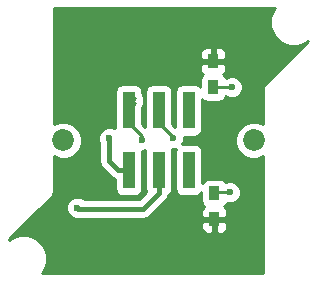
<source format=gbl>
G04 #@! TF.FileFunction,Copper,L2,Bot,Signal*
%FSLAX46Y46*%
G04 Gerber Fmt 4.6, Leading zero omitted, Abs format (unit mm)*
G04 Created by KiCad (PCBNEW 4.0.7) date 03/02/18 21:06:54*
%MOMM*%
%LPD*%
G01*
G04 APERTURE LIST*
%ADD10C,0.100000*%
%ADD11C,0.600000*%
%ADD12C,1.850000*%
%ADD13R,0.900000X1.200000*%
%ADD14R,1.000000X3.150000*%
%ADD15C,0.228600*%
%ADD16C,0.381000*%
%ADD17C,0.250000*%
%ADD18C,0.254000*%
G04 APERTURE END LIST*
D10*
D11*
X127346480Y-102747480D03*
D12*
X127156480Y-94837480D03*
X143286480Y-94837480D03*
D13*
X139846480Y-88147480D03*
X139846480Y-90347480D03*
X139946480Y-101547480D03*
X139946480Y-99347480D03*
D14*
X132696480Y-92312480D03*
X132696480Y-97362480D03*
X135236480Y-92312480D03*
X135236480Y-97362480D03*
X137776480Y-92312480D03*
X137776480Y-97362480D03*
D11*
X142746480Y-87247480D03*
X141446480Y-90347480D03*
X131046480Y-94647480D03*
X128346480Y-100547480D03*
X141246480Y-99247480D03*
X133810820Y-94783784D03*
X136430178Y-94686370D03*
D15*
X139846480Y-90347480D02*
X141446480Y-90347480D01*
D16*
X131046480Y-94647480D02*
X131046480Y-96593480D01*
X131046480Y-96593480D02*
X131815480Y-97362480D01*
X131815480Y-97362480D02*
X132696480Y-97362480D01*
X133907480Y-100647480D02*
X128446480Y-100647480D01*
X128446480Y-100647480D02*
X128346480Y-100547480D01*
X135236480Y-97362480D02*
X135236480Y-99318480D01*
X135236480Y-99318480D02*
X133907480Y-100647480D01*
D15*
X141246480Y-99247480D02*
X140046480Y-99247480D01*
X140046480Y-99247480D02*
X139946480Y-99347480D01*
X133810820Y-94501820D02*
X133810820Y-94783784D01*
X132696480Y-93387480D02*
X133810820Y-94501820D01*
X132696480Y-92312480D02*
X132696480Y-93387480D01*
D17*
X132696480Y-92312480D02*
X132696480Y-91797480D01*
X132696480Y-91797480D02*
X133246480Y-91247480D01*
X132696480Y-92312480D02*
X132696480Y-92197480D01*
X132696480Y-92197480D02*
X133246480Y-91647480D01*
D15*
X136430178Y-94581178D02*
X136430178Y-94686370D01*
X135236480Y-93387480D02*
X136430178Y-94581178D01*
X135236480Y-92312480D02*
X135236480Y-93387480D01*
D18*
G36*
X144964661Y-83711600D02*
X144661826Y-84440907D01*
X144661137Y-85230589D01*
X144962698Y-85960423D01*
X145520600Y-86519299D01*
X146249907Y-86822134D01*
X147039589Y-86822823D01*
X147769423Y-86521262D01*
X147871480Y-86419383D01*
X147871480Y-86461244D01*
X144262112Y-90070612D01*
X144113623Y-90292842D01*
X144061480Y-90554980D01*
X144061480Y-93470146D01*
X143598144Y-93277752D01*
X142977538Y-93277210D01*
X142403966Y-93514205D01*
X141964748Y-93952657D01*
X141726752Y-94525816D01*
X141726210Y-95146422D01*
X141963205Y-95719994D01*
X142401657Y-96159212D01*
X142974816Y-96397208D01*
X143595422Y-96397750D01*
X144061480Y-96205179D01*
X144061480Y-106062480D01*
X125389023Y-106062480D01*
X125478299Y-105973360D01*
X125781134Y-105244053D01*
X125781823Y-104454371D01*
X125480262Y-103724537D01*
X124922360Y-103165661D01*
X124193053Y-102862826D01*
X123403371Y-102862137D01*
X122673537Y-103163698D01*
X122571480Y-103265577D01*
X122571480Y-103221216D01*
X123959466Y-101833230D01*
X138861480Y-101833230D01*
X138861480Y-102273789D01*
X138958153Y-102507178D01*
X139136781Y-102685807D01*
X139370170Y-102782480D01*
X139660730Y-102782480D01*
X139819480Y-102623730D01*
X139819480Y-101674480D01*
X140073480Y-101674480D01*
X140073480Y-102623730D01*
X140232230Y-102782480D01*
X140522790Y-102782480D01*
X140756179Y-102685807D01*
X140934807Y-102507178D01*
X141031480Y-102273789D01*
X141031480Y-101833230D01*
X140872730Y-101674480D01*
X140073480Y-101674480D01*
X139819480Y-101674480D01*
X139020230Y-101674480D01*
X138861480Y-101833230D01*
X123959466Y-101833230D01*
X125060049Y-100732647D01*
X127411318Y-100732647D01*
X127553363Y-101076423D01*
X127816153Y-101339672D01*
X128159681Y-101482318D01*
X128531647Y-101482642D01*
X128555031Y-101472980D01*
X133907480Y-101472980D01*
X134223386Y-101410143D01*
X134491197Y-101231197D01*
X135820197Y-99902197D01*
X135999143Y-99634385D01*
X136024541Y-99506702D01*
X136187921Y-99401570D01*
X136332911Y-99189370D01*
X136383920Y-98937480D01*
X136383920Y-95787480D01*
X136352652Y-95621303D01*
X136615345Y-95621532D01*
X136666964Y-95600203D01*
X136629040Y-95787480D01*
X136629040Y-98937480D01*
X136673318Y-99172797D01*
X136812390Y-99388921D01*
X137024590Y-99533911D01*
X137276480Y-99584920D01*
X138276480Y-99584920D01*
X138511797Y-99540642D01*
X138727921Y-99401570D01*
X138849040Y-99224306D01*
X138849040Y-99947480D01*
X138893318Y-100182797D01*
X139032390Y-100398921D01*
X139100486Y-100445449D01*
X138958153Y-100587782D01*
X138861480Y-100821171D01*
X138861480Y-101261730D01*
X139020230Y-101420480D01*
X139819480Y-101420480D01*
X139819480Y-101400480D01*
X140073480Y-101400480D01*
X140073480Y-101420480D01*
X140872730Y-101420480D01*
X141031480Y-101261730D01*
X141031480Y-100821171D01*
X140934807Y-100587782D01*
X140793570Y-100446544D01*
X140847921Y-100411570D01*
X140992911Y-100199370D01*
X141001275Y-100158066D01*
X141059681Y-100182318D01*
X141431647Y-100182642D01*
X141775423Y-100040597D01*
X142038672Y-99777807D01*
X142181318Y-99434279D01*
X142181642Y-99062313D01*
X142039597Y-98718537D01*
X141776807Y-98455288D01*
X141433279Y-98312642D01*
X141061313Y-98312318D01*
X140911008Y-98374422D01*
X140860570Y-98296039D01*
X140648370Y-98151049D01*
X140396480Y-98100040D01*
X139496480Y-98100040D01*
X139261163Y-98144318D01*
X139045039Y-98283390D01*
X138923920Y-98460654D01*
X138923920Y-95787480D01*
X138879642Y-95552163D01*
X138740570Y-95336039D01*
X138528370Y-95191049D01*
X138276480Y-95140040D01*
X137276480Y-95140040D01*
X137252313Y-95144587D01*
X137365016Y-94873169D01*
X137365311Y-94534920D01*
X138276480Y-94534920D01*
X138511797Y-94490642D01*
X138727921Y-94351570D01*
X138872911Y-94139370D01*
X138923920Y-93887480D01*
X138923920Y-91385758D01*
X138932390Y-91398921D01*
X139144590Y-91543911D01*
X139396480Y-91594920D01*
X140296480Y-91594920D01*
X140531797Y-91550642D01*
X140747921Y-91411570D01*
X140892911Y-91199370D01*
X140906881Y-91130384D01*
X140916153Y-91139672D01*
X141259681Y-91282318D01*
X141631647Y-91282642D01*
X141975423Y-91140597D01*
X142238672Y-90877807D01*
X142381318Y-90534279D01*
X142381642Y-90162313D01*
X142239597Y-89818537D01*
X141976807Y-89555288D01*
X141633279Y-89412642D01*
X141261313Y-89412318D01*
X140917537Y-89554363D01*
X140909157Y-89562729D01*
X140899642Y-89512163D01*
X140760570Y-89296039D01*
X140692474Y-89249511D01*
X140834807Y-89107178D01*
X140931480Y-88873789D01*
X140931480Y-88433230D01*
X140772730Y-88274480D01*
X139973480Y-88274480D01*
X139973480Y-88294480D01*
X139719480Y-88294480D01*
X139719480Y-88274480D01*
X138920230Y-88274480D01*
X138761480Y-88433230D01*
X138761480Y-88873789D01*
X138858153Y-89107178D01*
X138999390Y-89248416D01*
X138945039Y-89283390D01*
X138800049Y-89495590D01*
X138749040Y-89747480D01*
X138749040Y-90299202D01*
X138740570Y-90286039D01*
X138528370Y-90141049D01*
X138276480Y-90090040D01*
X137276480Y-90090040D01*
X137041163Y-90134318D01*
X136825039Y-90273390D01*
X136680049Y-90485590D01*
X136629040Y-90737480D01*
X136629040Y-93720370D01*
X136383920Y-93475250D01*
X136383920Y-90737480D01*
X136339642Y-90502163D01*
X136200570Y-90286039D01*
X135988370Y-90141049D01*
X135736480Y-90090040D01*
X134736480Y-90090040D01*
X134501163Y-90134318D01*
X134285039Y-90273390D01*
X134140049Y-90485590D01*
X134089040Y-90737480D01*
X134089040Y-93720370D01*
X133843920Y-93475250D01*
X133843920Y-92095026D01*
X133948628Y-91938320D01*
X134006479Y-91647480D01*
X133966697Y-91447480D01*
X134006479Y-91247480D01*
X133948628Y-90956641D01*
X133843920Y-90799934D01*
X133843920Y-90737480D01*
X133799642Y-90502163D01*
X133660570Y-90286039D01*
X133448370Y-90141049D01*
X133196480Y-90090040D01*
X132196480Y-90090040D01*
X131961163Y-90134318D01*
X131745039Y-90273390D01*
X131600049Y-90485590D01*
X131549040Y-90737480D01*
X131549040Y-93843758D01*
X131233279Y-93712642D01*
X130861313Y-93712318D01*
X130517537Y-93854363D01*
X130254288Y-94117153D01*
X130111642Y-94460681D01*
X130111318Y-94832647D01*
X130220980Y-95098050D01*
X130220980Y-96593480D01*
X130283817Y-96909386D01*
X130462763Y-97177197D01*
X131231761Y-97946194D01*
X131231763Y-97946197D01*
X131392304Y-98053467D01*
X131499574Y-98125143D01*
X131549040Y-98134982D01*
X131549040Y-98937480D01*
X131593318Y-99172797D01*
X131732390Y-99388921D01*
X131944590Y-99533911D01*
X132196480Y-99584920D01*
X133196480Y-99584920D01*
X133431797Y-99540642D01*
X133647921Y-99401570D01*
X133792911Y-99189370D01*
X133843920Y-98937480D01*
X133843920Y-95787480D01*
X133830997Y-95718802D01*
X133995987Y-95718946D01*
X134112683Y-95670728D01*
X134089040Y-95787480D01*
X134089040Y-98937480D01*
X134133318Y-99172797D01*
X134165193Y-99222333D01*
X133565546Y-99821980D01*
X128943383Y-99821980D01*
X128876807Y-99755288D01*
X128533279Y-99612642D01*
X128161313Y-99612318D01*
X127817537Y-99754363D01*
X127554288Y-100017153D01*
X127411642Y-100360681D01*
X127411318Y-100732647D01*
X125060049Y-100732647D01*
X126180848Y-99611848D01*
X126329337Y-99389618D01*
X126381480Y-99127480D01*
X126381480Y-96204814D01*
X126844816Y-96397208D01*
X127465422Y-96397750D01*
X128038994Y-96160755D01*
X128478212Y-95722303D01*
X128716208Y-95149144D01*
X128716750Y-94528538D01*
X128479755Y-93954966D01*
X128041303Y-93515748D01*
X127468144Y-93277752D01*
X126847538Y-93277210D01*
X126381480Y-93469781D01*
X126381480Y-87421171D01*
X138761480Y-87421171D01*
X138761480Y-87861730D01*
X138920230Y-88020480D01*
X139719480Y-88020480D01*
X139719480Y-87071230D01*
X139973480Y-87071230D01*
X139973480Y-88020480D01*
X140772730Y-88020480D01*
X140931480Y-87861730D01*
X140931480Y-87421171D01*
X140834807Y-87187782D01*
X140656179Y-87009153D01*
X140422790Y-86912480D01*
X140132230Y-86912480D01*
X139973480Y-87071230D01*
X139719480Y-87071230D01*
X139560730Y-86912480D01*
X139270170Y-86912480D01*
X139036781Y-87009153D01*
X138858153Y-87187782D01*
X138761480Y-87421171D01*
X126381480Y-87421171D01*
X126381480Y-83619980D01*
X145056441Y-83619980D01*
X144964661Y-83711600D01*
X144964661Y-83711600D01*
G37*
X144964661Y-83711600D02*
X144661826Y-84440907D01*
X144661137Y-85230589D01*
X144962698Y-85960423D01*
X145520600Y-86519299D01*
X146249907Y-86822134D01*
X147039589Y-86822823D01*
X147769423Y-86521262D01*
X147871480Y-86419383D01*
X147871480Y-86461244D01*
X144262112Y-90070612D01*
X144113623Y-90292842D01*
X144061480Y-90554980D01*
X144061480Y-93470146D01*
X143598144Y-93277752D01*
X142977538Y-93277210D01*
X142403966Y-93514205D01*
X141964748Y-93952657D01*
X141726752Y-94525816D01*
X141726210Y-95146422D01*
X141963205Y-95719994D01*
X142401657Y-96159212D01*
X142974816Y-96397208D01*
X143595422Y-96397750D01*
X144061480Y-96205179D01*
X144061480Y-106062480D01*
X125389023Y-106062480D01*
X125478299Y-105973360D01*
X125781134Y-105244053D01*
X125781823Y-104454371D01*
X125480262Y-103724537D01*
X124922360Y-103165661D01*
X124193053Y-102862826D01*
X123403371Y-102862137D01*
X122673537Y-103163698D01*
X122571480Y-103265577D01*
X122571480Y-103221216D01*
X123959466Y-101833230D01*
X138861480Y-101833230D01*
X138861480Y-102273789D01*
X138958153Y-102507178D01*
X139136781Y-102685807D01*
X139370170Y-102782480D01*
X139660730Y-102782480D01*
X139819480Y-102623730D01*
X139819480Y-101674480D01*
X140073480Y-101674480D01*
X140073480Y-102623730D01*
X140232230Y-102782480D01*
X140522790Y-102782480D01*
X140756179Y-102685807D01*
X140934807Y-102507178D01*
X141031480Y-102273789D01*
X141031480Y-101833230D01*
X140872730Y-101674480D01*
X140073480Y-101674480D01*
X139819480Y-101674480D01*
X139020230Y-101674480D01*
X138861480Y-101833230D01*
X123959466Y-101833230D01*
X125060049Y-100732647D01*
X127411318Y-100732647D01*
X127553363Y-101076423D01*
X127816153Y-101339672D01*
X128159681Y-101482318D01*
X128531647Y-101482642D01*
X128555031Y-101472980D01*
X133907480Y-101472980D01*
X134223386Y-101410143D01*
X134491197Y-101231197D01*
X135820197Y-99902197D01*
X135999143Y-99634385D01*
X136024541Y-99506702D01*
X136187921Y-99401570D01*
X136332911Y-99189370D01*
X136383920Y-98937480D01*
X136383920Y-95787480D01*
X136352652Y-95621303D01*
X136615345Y-95621532D01*
X136666964Y-95600203D01*
X136629040Y-95787480D01*
X136629040Y-98937480D01*
X136673318Y-99172797D01*
X136812390Y-99388921D01*
X137024590Y-99533911D01*
X137276480Y-99584920D01*
X138276480Y-99584920D01*
X138511797Y-99540642D01*
X138727921Y-99401570D01*
X138849040Y-99224306D01*
X138849040Y-99947480D01*
X138893318Y-100182797D01*
X139032390Y-100398921D01*
X139100486Y-100445449D01*
X138958153Y-100587782D01*
X138861480Y-100821171D01*
X138861480Y-101261730D01*
X139020230Y-101420480D01*
X139819480Y-101420480D01*
X139819480Y-101400480D01*
X140073480Y-101400480D01*
X140073480Y-101420480D01*
X140872730Y-101420480D01*
X141031480Y-101261730D01*
X141031480Y-100821171D01*
X140934807Y-100587782D01*
X140793570Y-100446544D01*
X140847921Y-100411570D01*
X140992911Y-100199370D01*
X141001275Y-100158066D01*
X141059681Y-100182318D01*
X141431647Y-100182642D01*
X141775423Y-100040597D01*
X142038672Y-99777807D01*
X142181318Y-99434279D01*
X142181642Y-99062313D01*
X142039597Y-98718537D01*
X141776807Y-98455288D01*
X141433279Y-98312642D01*
X141061313Y-98312318D01*
X140911008Y-98374422D01*
X140860570Y-98296039D01*
X140648370Y-98151049D01*
X140396480Y-98100040D01*
X139496480Y-98100040D01*
X139261163Y-98144318D01*
X139045039Y-98283390D01*
X138923920Y-98460654D01*
X138923920Y-95787480D01*
X138879642Y-95552163D01*
X138740570Y-95336039D01*
X138528370Y-95191049D01*
X138276480Y-95140040D01*
X137276480Y-95140040D01*
X137252313Y-95144587D01*
X137365016Y-94873169D01*
X137365311Y-94534920D01*
X138276480Y-94534920D01*
X138511797Y-94490642D01*
X138727921Y-94351570D01*
X138872911Y-94139370D01*
X138923920Y-93887480D01*
X138923920Y-91385758D01*
X138932390Y-91398921D01*
X139144590Y-91543911D01*
X139396480Y-91594920D01*
X140296480Y-91594920D01*
X140531797Y-91550642D01*
X140747921Y-91411570D01*
X140892911Y-91199370D01*
X140906881Y-91130384D01*
X140916153Y-91139672D01*
X141259681Y-91282318D01*
X141631647Y-91282642D01*
X141975423Y-91140597D01*
X142238672Y-90877807D01*
X142381318Y-90534279D01*
X142381642Y-90162313D01*
X142239597Y-89818537D01*
X141976807Y-89555288D01*
X141633279Y-89412642D01*
X141261313Y-89412318D01*
X140917537Y-89554363D01*
X140909157Y-89562729D01*
X140899642Y-89512163D01*
X140760570Y-89296039D01*
X140692474Y-89249511D01*
X140834807Y-89107178D01*
X140931480Y-88873789D01*
X140931480Y-88433230D01*
X140772730Y-88274480D01*
X139973480Y-88274480D01*
X139973480Y-88294480D01*
X139719480Y-88294480D01*
X139719480Y-88274480D01*
X138920230Y-88274480D01*
X138761480Y-88433230D01*
X138761480Y-88873789D01*
X138858153Y-89107178D01*
X138999390Y-89248416D01*
X138945039Y-89283390D01*
X138800049Y-89495590D01*
X138749040Y-89747480D01*
X138749040Y-90299202D01*
X138740570Y-90286039D01*
X138528370Y-90141049D01*
X138276480Y-90090040D01*
X137276480Y-90090040D01*
X137041163Y-90134318D01*
X136825039Y-90273390D01*
X136680049Y-90485590D01*
X136629040Y-90737480D01*
X136629040Y-93720370D01*
X136383920Y-93475250D01*
X136383920Y-90737480D01*
X136339642Y-90502163D01*
X136200570Y-90286039D01*
X135988370Y-90141049D01*
X135736480Y-90090040D01*
X134736480Y-90090040D01*
X134501163Y-90134318D01*
X134285039Y-90273390D01*
X134140049Y-90485590D01*
X134089040Y-90737480D01*
X134089040Y-93720370D01*
X133843920Y-93475250D01*
X133843920Y-92095026D01*
X133948628Y-91938320D01*
X134006479Y-91647480D01*
X133966697Y-91447480D01*
X134006479Y-91247480D01*
X133948628Y-90956641D01*
X133843920Y-90799934D01*
X133843920Y-90737480D01*
X133799642Y-90502163D01*
X133660570Y-90286039D01*
X133448370Y-90141049D01*
X133196480Y-90090040D01*
X132196480Y-90090040D01*
X131961163Y-90134318D01*
X131745039Y-90273390D01*
X131600049Y-90485590D01*
X131549040Y-90737480D01*
X131549040Y-93843758D01*
X131233279Y-93712642D01*
X130861313Y-93712318D01*
X130517537Y-93854363D01*
X130254288Y-94117153D01*
X130111642Y-94460681D01*
X130111318Y-94832647D01*
X130220980Y-95098050D01*
X130220980Y-96593480D01*
X130283817Y-96909386D01*
X130462763Y-97177197D01*
X131231761Y-97946194D01*
X131231763Y-97946197D01*
X131392304Y-98053467D01*
X131499574Y-98125143D01*
X131549040Y-98134982D01*
X131549040Y-98937480D01*
X131593318Y-99172797D01*
X131732390Y-99388921D01*
X131944590Y-99533911D01*
X132196480Y-99584920D01*
X133196480Y-99584920D01*
X133431797Y-99540642D01*
X133647921Y-99401570D01*
X133792911Y-99189370D01*
X133843920Y-98937480D01*
X133843920Y-95787480D01*
X133830997Y-95718802D01*
X133995987Y-95718946D01*
X134112683Y-95670728D01*
X134089040Y-95787480D01*
X134089040Y-98937480D01*
X134133318Y-99172797D01*
X134165193Y-99222333D01*
X133565546Y-99821980D01*
X128943383Y-99821980D01*
X128876807Y-99755288D01*
X128533279Y-99612642D01*
X128161313Y-99612318D01*
X127817537Y-99754363D01*
X127554288Y-100017153D01*
X127411642Y-100360681D01*
X127411318Y-100732647D01*
X125060049Y-100732647D01*
X126180848Y-99611848D01*
X126329337Y-99389618D01*
X126381480Y-99127480D01*
X126381480Y-96204814D01*
X126844816Y-96397208D01*
X127465422Y-96397750D01*
X128038994Y-96160755D01*
X128478212Y-95722303D01*
X128716208Y-95149144D01*
X128716750Y-94528538D01*
X128479755Y-93954966D01*
X128041303Y-93515748D01*
X127468144Y-93277752D01*
X126847538Y-93277210D01*
X126381480Y-93469781D01*
X126381480Y-87421171D01*
X138761480Y-87421171D01*
X138761480Y-87861730D01*
X138920230Y-88020480D01*
X139719480Y-88020480D01*
X139719480Y-87071230D01*
X139973480Y-87071230D01*
X139973480Y-88020480D01*
X140772730Y-88020480D01*
X140931480Y-87861730D01*
X140931480Y-87421171D01*
X140834807Y-87187782D01*
X140656179Y-87009153D01*
X140422790Y-86912480D01*
X140132230Y-86912480D01*
X139973480Y-87071230D01*
X139719480Y-87071230D01*
X139560730Y-86912480D01*
X139270170Y-86912480D01*
X139036781Y-87009153D01*
X138858153Y-87187782D01*
X138761480Y-87421171D01*
X126381480Y-87421171D01*
X126381480Y-83619980D01*
X145056441Y-83619980D01*
X144964661Y-83711600D01*
M02*

</source>
